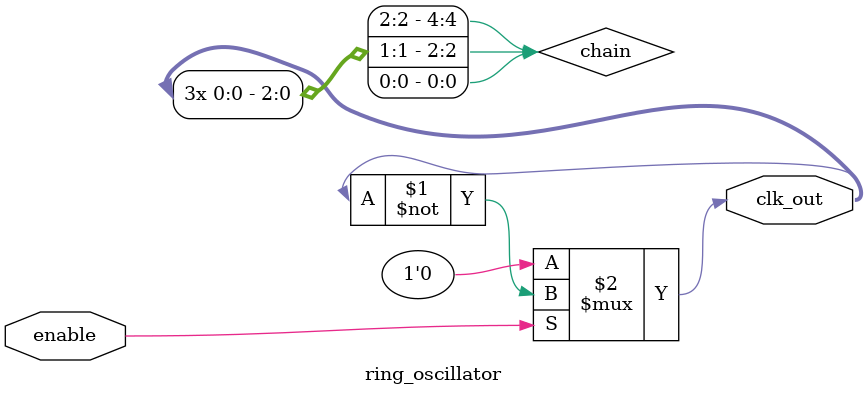
<source format=sv>
module ring_oscillator(
    input enable,
    output clk_out
);
    wire [4:0] chain;
    
    assign chain[0] = enable ? ~chain[4] : 1'b0;
    assign chain[1] = ~chain[0];
    assign chain[2] = ~chain[1];
    assign chain[3] = ~chain[2];
    assign chain[4] = ~chain[3];
    assign clk_out = chain[4];
endmodule
</source>
